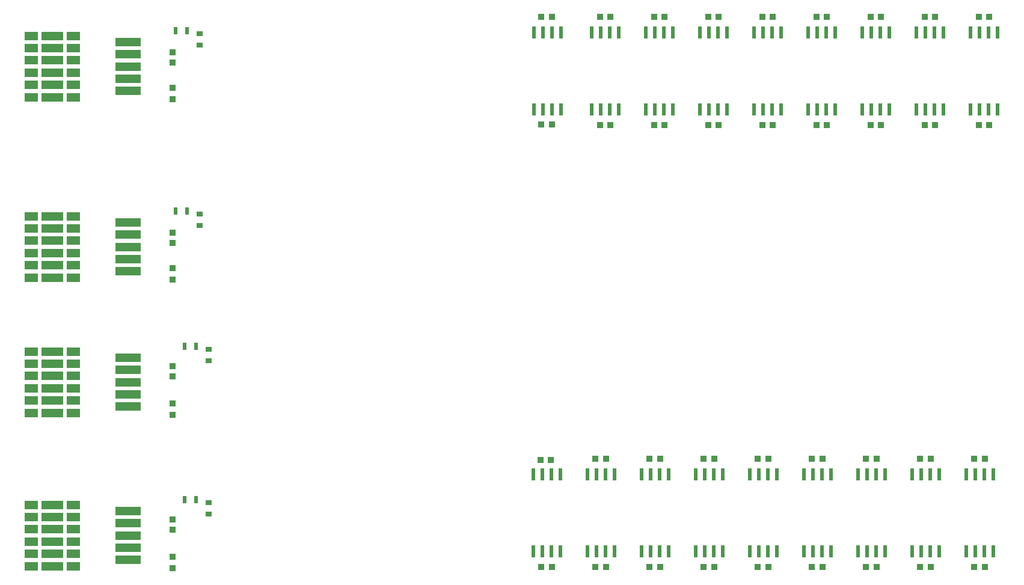
<source format=gtp>
%FSLAX25Y25*%
%MOIN*%
G70*
G01*
G75*
G04 Layer_Color=8421504*
%ADD10R,0.33858X0.42126*%
%ADD11R,0.14173X0.04528*%
%ADD12R,0.03661X0.03661*%
%ADD13R,0.03500X0.03400*%
%ADD14R,0.03661X0.03661*%
%ADD15R,0.02200X0.06700*%
%ADD16R,0.02178X0.03937*%
%ADD17R,0.03200X0.03000*%
%ADD18C,0.01000*%
%ADD19C,0.04000*%
%ADD20C,0.02000*%
%ADD21C,0.03937*%
%ADD22C,0.06000*%
%ADD23C,0.04724*%
%ADD24R,0.04724X0.04724*%
%ADD25R,0.06000X0.06000*%
%ADD26P,0.06061X8X112.5*%
%ADD27P,0.06605X8X292.5*%
%ADD28P,0.17046X8X112.5*%
%ADD29C,0.07677*%
%ADD30P,0.17046X8X202.5*%
%ADD31P,0.07144X8X292.5*%
%ADD32C,0.05000*%
%ADD33C,0.02000*%
%ADD34C,0.04000*%
%ADD35R,0.07874X0.08661*%
%ADD36R,0.08661X0.07874*%
%ADD37R,0.03400X0.03500*%
%ADD38R,0.01772X0.01575*%
%ADD39R,0.04409X0.06772*%
%ADD40C,0.00984*%
%ADD41C,0.00600*%
%ADD42C,0.00787*%
%ADD43C,0.00500*%
%ADD44C,0.00800*%
%ADD45C,0.00400*%
%ADD46C,0.02800*%
%ADD47C,0.01500*%
%ADD48R,0.02000X0.02000*%
%ADD49R,0.07500X0.05000*%
%ADD50R,0.12000X0.05000*%
D11*
X185394Y148386D02*
D03*
Y141693D02*
D03*
Y135000D02*
D03*
Y128307D02*
D03*
Y121614D02*
D03*
Y248386D02*
D03*
Y241693D02*
D03*
Y235000D02*
D03*
Y228307D02*
D03*
Y221614D02*
D03*
Y73386D02*
D03*
Y66693D02*
D03*
Y60000D02*
D03*
Y53307D02*
D03*
Y46614D02*
D03*
Y-11614D02*
D03*
Y-18307D02*
D03*
Y-25000D02*
D03*
Y-31693D02*
D03*
Y-38386D02*
D03*
D12*
X210000Y-21953D02*
D03*
Y-16047D02*
D03*
Y63047D02*
D03*
Y68953D02*
D03*
Y237047D02*
D03*
Y242953D02*
D03*
Y137047D02*
D03*
Y142953D02*
D03*
D13*
Y-43050D02*
D03*
Y-36950D02*
D03*
Y41950D02*
D03*
Y48050D02*
D03*
Y216950D02*
D03*
Y223050D02*
D03*
Y116950D02*
D03*
Y123050D02*
D03*
D14*
X504547Y-42500D02*
D03*
X510453D02*
D03*
X504547Y17500D02*
D03*
X510453D02*
D03*
X534547Y-42500D02*
D03*
X540453D02*
D03*
X534547Y17500D02*
D03*
X540453D02*
D03*
X564547Y-42500D02*
D03*
X570453D02*
D03*
X564547Y17500D02*
D03*
X570453D02*
D03*
X594547Y-42500D02*
D03*
X600453D02*
D03*
X594547Y17500D02*
D03*
X600453D02*
D03*
X624547Y-42500D02*
D03*
X630453D02*
D03*
X624547Y17500D02*
D03*
X630453D02*
D03*
X654547Y-42500D02*
D03*
X660453D02*
D03*
X654547Y17500D02*
D03*
X660453D02*
D03*
X444547Y-42500D02*
D03*
X450453D02*
D03*
X444547Y17500D02*
D03*
X450453D02*
D03*
X474547Y-42500D02*
D03*
X480453D02*
D03*
X474547Y17500D02*
D03*
X480453D02*
D03*
X414047Y17000D02*
D03*
X419953D02*
D03*
X414547Y-42500D02*
D03*
X420453D02*
D03*
X507047Y262500D02*
D03*
X512953D02*
D03*
X507047Y202500D02*
D03*
X512953D02*
D03*
X537047Y262500D02*
D03*
X542953D02*
D03*
X537047Y202500D02*
D03*
X542953D02*
D03*
X567047Y262500D02*
D03*
X572953D02*
D03*
X567047Y202500D02*
D03*
X572953D02*
D03*
X597047Y262500D02*
D03*
X602953D02*
D03*
X597047Y202500D02*
D03*
X602953D02*
D03*
X627047Y262500D02*
D03*
X632953D02*
D03*
X627047Y202500D02*
D03*
X632953D02*
D03*
X657047Y262500D02*
D03*
X662953D02*
D03*
X657047Y202500D02*
D03*
X662953D02*
D03*
X447047Y262500D02*
D03*
X452953D02*
D03*
X447047Y202500D02*
D03*
X452953D02*
D03*
X477047Y262500D02*
D03*
X482953D02*
D03*
X477047Y202500D02*
D03*
X482953D02*
D03*
X414547Y203000D02*
D03*
X420453D02*
D03*
X414547Y262500D02*
D03*
X420453D02*
D03*
D15*
X590000Y-33700D02*
D03*
X595000D02*
D03*
X590000Y8700D02*
D03*
X595000D02*
D03*
X600000Y-33700D02*
D03*
X605000D02*
D03*
X600000Y8700D02*
D03*
X605000D02*
D03*
X592500Y211300D02*
D03*
X597500D02*
D03*
X602500D02*
D03*
X592500Y253700D02*
D03*
X597500D02*
D03*
X607500Y211300D02*
D03*
X602500Y253700D02*
D03*
X607500D02*
D03*
X620000Y-33700D02*
D03*
X625000D02*
D03*
X620000Y8700D02*
D03*
X625000D02*
D03*
X630000Y-33700D02*
D03*
X635000D02*
D03*
X630000Y8700D02*
D03*
X635000D02*
D03*
X622500Y211300D02*
D03*
X627500D02*
D03*
X632500D02*
D03*
X622500Y253700D02*
D03*
X627500D02*
D03*
X637500Y211300D02*
D03*
X632500Y253700D02*
D03*
X637500D02*
D03*
X650000Y-33700D02*
D03*
X655000D02*
D03*
X650000Y8700D02*
D03*
X655000D02*
D03*
X660000Y-33700D02*
D03*
X665000D02*
D03*
X660000Y8700D02*
D03*
X665000D02*
D03*
X652500Y211300D02*
D03*
X657500D02*
D03*
X662500D02*
D03*
X652500Y253700D02*
D03*
X657500D02*
D03*
X667500Y211300D02*
D03*
X662500Y253700D02*
D03*
X667500D02*
D03*
X410000Y-33700D02*
D03*
X415000D02*
D03*
X420000D02*
D03*
X410000Y8700D02*
D03*
X415000D02*
D03*
X425000Y-33700D02*
D03*
X420000Y8700D02*
D03*
X425000D02*
D03*
X410500Y211300D02*
D03*
X415500D02*
D03*
X410500Y253700D02*
D03*
X415500D02*
D03*
X420500Y211300D02*
D03*
X425500D02*
D03*
X420500Y253700D02*
D03*
X425500D02*
D03*
X500000Y-33700D02*
D03*
X505000D02*
D03*
X500000Y8700D02*
D03*
X505000D02*
D03*
X510000Y-33700D02*
D03*
X515000D02*
D03*
X510000Y8700D02*
D03*
X515000D02*
D03*
X502500Y211300D02*
D03*
X507500D02*
D03*
X512500D02*
D03*
X502500Y253700D02*
D03*
X507500D02*
D03*
X517500Y211300D02*
D03*
X512500Y253700D02*
D03*
X517500D02*
D03*
X530000Y-33700D02*
D03*
X535000D02*
D03*
X530000Y8700D02*
D03*
X535000D02*
D03*
X540000Y-33700D02*
D03*
X545000D02*
D03*
X540000Y8700D02*
D03*
X545000D02*
D03*
X532500Y211300D02*
D03*
X537500D02*
D03*
X542500D02*
D03*
X532500Y253700D02*
D03*
X537500D02*
D03*
X547500Y211300D02*
D03*
X542500Y253700D02*
D03*
X547500D02*
D03*
X560000Y-33700D02*
D03*
X565000D02*
D03*
X560000Y8700D02*
D03*
X565000D02*
D03*
X570000Y-33700D02*
D03*
X575000D02*
D03*
X570000Y8700D02*
D03*
X575000D02*
D03*
X562500Y211300D02*
D03*
X567500D02*
D03*
X572500D02*
D03*
X562500Y253700D02*
D03*
X567500D02*
D03*
X577500Y211300D02*
D03*
X572500Y253700D02*
D03*
X577500D02*
D03*
X470000Y-33700D02*
D03*
X475000D02*
D03*
X470000Y8700D02*
D03*
X475000D02*
D03*
X480000Y-33700D02*
D03*
X485000D02*
D03*
X480000Y8700D02*
D03*
X485000D02*
D03*
X472500Y211300D02*
D03*
X477500D02*
D03*
X482500D02*
D03*
X472500Y253700D02*
D03*
X477500D02*
D03*
X487500Y211300D02*
D03*
X482500Y253700D02*
D03*
X487500D02*
D03*
X440000Y-33700D02*
D03*
X445000D02*
D03*
X440000Y8700D02*
D03*
X445000D02*
D03*
X450000Y-33700D02*
D03*
X455000D02*
D03*
X450000Y8700D02*
D03*
X455000D02*
D03*
X442500Y211300D02*
D03*
X447500D02*
D03*
X452500D02*
D03*
X442500Y253700D02*
D03*
X447500D02*
D03*
X457500Y211300D02*
D03*
X452500Y253700D02*
D03*
X457500D02*
D03*
D16*
X216746Y-5000D02*
D03*
X223254D02*
D03*
X216746Y80000D02*
D03*
X223254D02*
D03*
X211746Y255000D02*
D03*
X218254D02*
D03*
X211746Y155000D02*
D03*
X218254D02*
D03*
D17*
X230000Y-13050D02*
D03*
Y-6950D02*
D03*
Y71950D02*
D03*
Y78050D02*
D03*
X225000Y246950D02*
D03*
Y253050D02*
D03*
Y146950D02*
D03*
Y153050D02*
D03*
D49*
X155250Y118000D02*
D03*
X131750D02*
D03*
Y124800D02*
D03*
X155250D02*
D03*
X131750Y131600D02*
D03*
X155250D02*
D03*
X131750Y138400D02*
D03*
X155250D02*
D03*
X131750Y152000D02*
D03*
X155250D02*
D03*
X131750Y145200D02*
D03*
X155250D02*
D03*
Y218000D02*
D03*
X131750D02*
D03*
Y224800D02*
D03*
X155250D02*
D03*
X131750Y231600D02*
D03*
X155250D02*
D03*
X131750Y238400D02*
D03*
X155250D02*
D03*
X131750Y252000D02*
D03*
X155250D02*
D03*
X131750Y245200D02*
D03*
X155250D02*
D03*
Y43000D02*
D03*
X131750D02*
D03*
Y49800D02*
D03*
X155250D02*
D03*
X131750Y56600D02*
D03*
X155250D02*
D03*
X131750Y63400D02*
D03*
X155250D02*
D03*
X131750Y77000D02*
D03*
X155250D02*
D03*
X131750Y70200D02*
D03*
X155250D02*
D03*
Y-42000D02*
D03*
X131750D02*
D03*
Y-35200D02*
D03*
X155250D02*
D03*
X131750Y-28400D02*
D03*
X155250D02*
D03*
X131750Y-21600D02*
D03*
X155250D02*
D03*
X131750Y-8000D02*
D03*
X155250D02*
D03*
X131750Y-14800D02*
D03*
X155250D02*
D03*
D50*
X143500Y118000D02*
D03*
Y124800D02*
D03*
Y131600D02*
D03*
Y138400D02*
D03*
Y152000D02*
D03*
Y145200D02*
D03*
Y218000D02*
D03*
Y224800D02*
D03*
Y231600D02*
D03*
Y238400D02*
D03*
Y252000D02*
D03*
Y245200D02*
D03*
Y43000D02*
D03*
Y49800D02*
D03*
Y56600D02*
D03*
Y63400D02*
D03*
Y77000D02*
D03*
Y70200D02*
D03*
Y-42000D02*
D03*
Y-35200D02*
D03*
Y-28400D02*
D03*
Y-21600D02*
D03*
Y-8000D02*
D03*
Y-14800D02*
D03*
M02*

</source>
